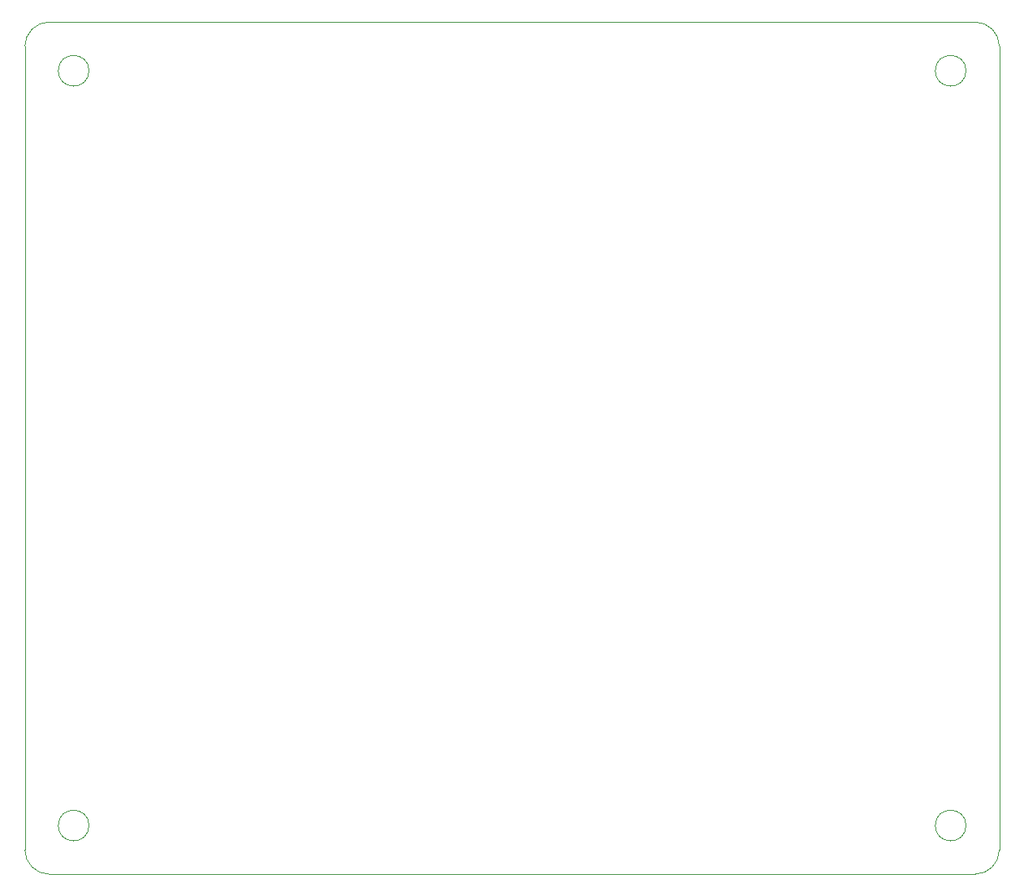
<source format=gm1>
G04 #@! TF.GenerationSoftware,KiCad,Pcbnew,7.0.5*
G04 #@! TF.CreationDate,2024-04-09T17:23:45-07:00*
G04 #@! TF.ProjectId,ClinicV12,436c696e-6963-4563-9132-2e6b69636164,rev?*
G04 #@! TF.SameCoordinates,Original*
G04 #@! TF.FileFunction,Profile,NP*
%FSLAX46Y46*%
G04 Gerber Fmt 4.6, Leading zero omitted, Abs format (unit mm)*
G04 Created by KiCad (PCBNEW 7.0.5) date 2024-04-09 17:23:45*
%MOMM*%
%LPD*%
G01*
G04 APERTURE LIST*
G04 #@! TA.AperFunction,Profile*
%ADD10C,0.100000*%
G04 #@! TD*
G04 APERTURE END LIST*
D10*
X111760000Y-60960000D02*
X208280000Y-60960000D01*
X208280000Y-149860000D02*
X111760000Y-149860000D01*
X210820000Y-63500000D02*
X210820000Y-147320000D01*
X109220000Y-63500000D02*
X109220000Y-147320000D01*
X109220000Y-147320000D02*
G75*
G03*
X111760000Y-149860000I2540000J0D01*
G01*
X208280000Y-149860000D02*
G75*
G03*
X210820000Y-147320000I0J2540000D01*
G01*
X210820000Y-63500000D02*
G75*
G03*
X208280000Y-60960000I-2540000J0D01*
G01*
X111760000Y-60960000D02*
G75*
G03*
X109220000Y-63500000I0J-2540000D01*
G01*
X115900000Y-66040000D02*
G75*
G03*
X115900000Y-66040000I-1600000J0D01*
G01*
X115900000Y-144780000D02*
G75*
G03*
X115900000Y-144780000I-1600000J0D01*
G01*
X207340000Y-144780000D02*
G75*
G03*
X207340000Y-144780000I-1600000J0D01*
G01*
X207340000Y-66040000D02*
G75*
G03*
X207340000Y-66040000I-1600000J0D01*
G01*
M02*

</source>
